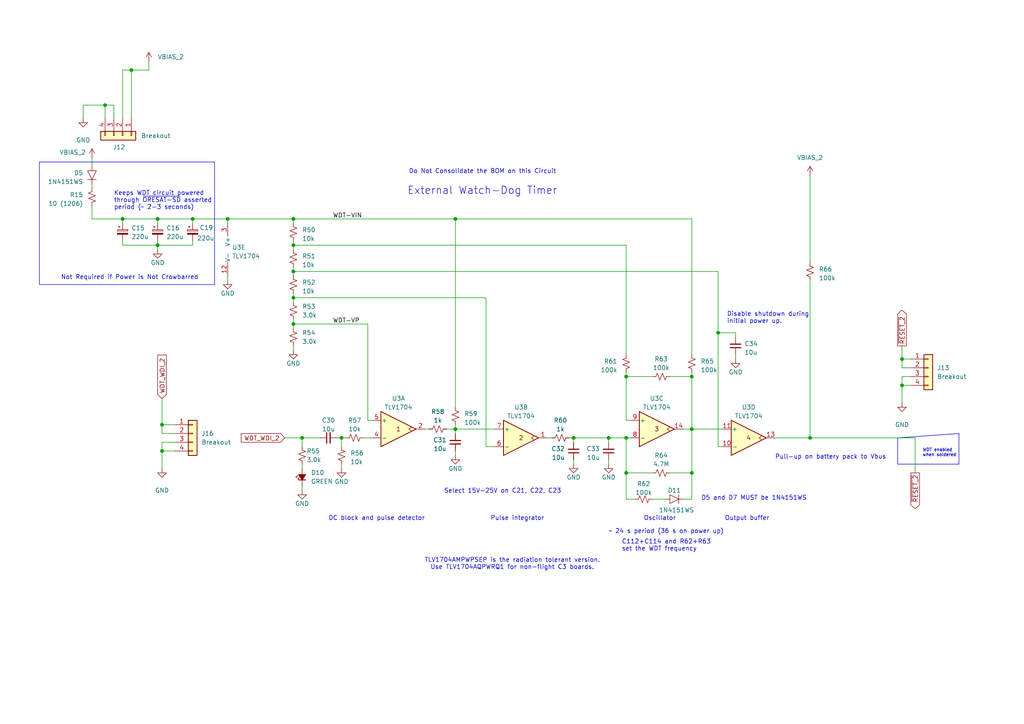
<source format=kicad_sch>
(kicad_sch (version 20250114) (generator "eeschema") (generator_version "9.0")
  (paper "A4")
  (lib_symbols
    (symbol "Connector_Generic:Conn_01x04" (pin_names (offset 1.016) (hide yes))
      (property "Reference" "J" (at 0 5.08 0))
      (property "Value" "Conn_01x04" (at 0 -7.62 0))
      (symbol "Conn_01x04_1_1"
        (rectangle (start -1.27 3.81) (end 1.27 -6.35) (stroke (width 0.254)) (fill (type background)))
        (rectangle (start -1.27 2.667) (end 0 2.413) (stroke (width 0.1524)))
        (rectangle (start -1.27 0.127) (end 0 -0.127) (stroke (width 0.1524)))
        (rectangle (start -1.27 -2.413) (end 0 -2.667) (stroke (width 0.1524)))
        (rectangle (start -1.27 -4.953) (end 0 -5.207) (stroke (width 0.1524)))
        (pin passive line (at -5.08 2.54 0) (length 3.81) (name "Pin_1") (number "1"))
        (pin passive line (at -5.08 0 0) (length 3.81) (name "Pin_2") (number "2"))
        (pin passive line (at -5.08 -2.54 0) (length 3.81) (name "Pin_3") (number "3"))
        (pin passive line (at -5.08 -5.08 0) (length 3.81) (name "Pin_4") (number "4"))
      )
    )
    (symbol "Device:C_Polarized_Small" (pin_numbers (hide yes)) (pin_names (offset 0.254) (hide yes))
      (property "Reference" "C" (at 0.254 1.778 0))
      (property "Value" "C_Polarized_Small" (at 0.254 -2.032 0))
      (symbol "C_Polarized_Small_0_1"
        (rectangle (start -1.524 0.6858) (end 1.524 0.3048))
        (rectangle (start -1.524 -0.3048) (end 1.524 -0.6858) (fill (type outline)))
        (polyline (pts (xy -1.27 1.524) (xy -0.762 1.524)))
        (polyline (pts (xy -1.016 1.27) (xy -1.016 1.778)))
      )
      (symbol "C_Polarized_Small_1_1"
        (pin passive line (at 0 2.54 270) (length 1.8542) (name "~") (number "1"))
        (pin passive line (at 0 -2.54 90) (length 1.8542) (name "~") (number "2"))
      )
    )
    (symbol "Device:C_Small" (pin_numbers (hide yes)) (pin_names (offset 0.254) (hide yes))
      (property "Reference" "C" (at 0.254 1.778 0))
      (property "Value" "C_Small" (at 0.254 -2.032 0))
      (symbol "C_Small_0_1"
        (polyline (pts (xy -1.524 0.508) (xy 1.524 0.508)) (stroke (width 0.3048)))
        (polyline (pts (xy -1.524 -0.508) (xy 1.524 -0.508)) (stroke (width 0.3302)))
      )
      (symbol "C_Small_1_1"
        (pin passive line (at 0 2.54 270) (length 2.032) (name "~") (number "1"))
        (pin passive line (at 0 -2.54 90) (length 2.032) (name "~") (number "2"))
      )
    )
    (symbol "Device:LED_Small_Filled" (pin_numbers (hide yes)) (pin_names (offset 0.254) (hide yes))
      (property "Reference" "D" (at -1.27 3.175 0))
      (property "Value" "LED_Small_Filled" (at -4.445 -2.54 0))
      (symbol "LED_Small_Filled_0_1"
        (polyline (pts (xy -0.762 -1.016) (xy -0.762 1.016)) (stroke (width 0.254)))
        (polyline (pts (xy 0 0.762) (xy -0.508 1.27) (xy -0.254 1.27) (xy -0.508 1.27) (xy -0.508 1.016)))
        (polyline (pts (xy 0.508 1.27) (xy 0 1.778) (xy 0.254 1.778) (xy 0 1.778) (xy 0 1.524)))
        (polyline (pts (xy 0.762 -1.016) (xy -0.762 0) (xy 0.762 1.016) (xy 0.762 -1.016)) (stroke (width 0.254)) (fill (type outline)))
        (polyline (pts (xy 1.016 0) (xy -0.762 0)))
      )
      (symbol "LED_Small_Filled_1_1"
        (pin passive line (at -2.54 0 0) (length 1.778) (name "K") (number "1"))
        (pin passive line (at 2.54 0 180) (length 1.778) (name "A") (number "2"))
      )
    )
    (symbol "Device:R_Small_US" (pin_numbers (hide yes)) (pin_names (offset 0.254) (hide yes))
      (property "Reference" "R" (at 0.762 0.508 0))
      (property "Value" "R_Small_US" (at 0.762 -1.016 0))
      (symbol "R_Small_US_1_1"
        (polyline (pts (xy 0 1.524) (xy 1.016 1.143) (xy 0 0.762) (xy -1.016 0.381) (xy 0 0)))
        (polyline (pts (xy 0 0) (xy 1.016 -0.381) (xy 0 -0.762) (xy -1.016 -1.143) (xy 0 -1.524)))
        (pin passive line (at 0 2.54 270) (length 1.016) (name "~") (number "1"))
        (pin passive line (at 0 -2.54 90) (length 1.016) (name "~") (number "2"))
      )
    )
    (symbol "GND_1" (power) (pin_numbers (hide yes)) (pin_names (offset 0) (hide yes))
      (property "Value" "GND" (at 0 -3.81 0))
      (symbol "GND_1_0_1"
        (polyline (pts (xy 0 0) (xy 0 -1.27) (xy 1.27 -1.27) (xy 0 -2.54) (xy -1.27 -1.27) (xy 0 -1.27)))
      )
      (symbol "GND_1_1_1"
        (pin power_in line (at 0 0 270) (length 0) (name "~") (number "1"))
      )
    )
    (symbol "TLV1704AIPWR_1" (pin_names (offset 0.127))
      (property "Reference" "U" (at 0 5.08 0))
      (property "Value" "TLV1704AIPWR" (at 0 -5.08 0))
      (symbol "TLV1704AIPWR_1_1_1"
        (polyline (pts (xy -5.08 5.08) (xy 5.08 0) (xy -5.08 -5.08) (xy -5.08 5.08)) (stroke (width 0.254)) (fill (type background)))
        (polyline (pts (xy 3.048 0) (xy 3.81 -0.635)))
        (polyline (pts (xy 3.81 0.635) (xy 3.048 0)))
        (text "1" (at 0 0 0) (effects (font (size 1.27 1.27))))
        (pin input line (at -7.62 2.54 0) (length 2.54) (name "+") (number "5"))
        (pin input line (at -7.62 -2.54 0) (length 2.54) (name "-") (number "4"))
        (pin open_collector line (at 7.62 0 180) (length 2.54) (name "~") (number "2"))
      )
      (symbol "TLV1704AIPWR_1_2_1"
        (polyline (pts (xy -5.08 5.08) (xy 5.08 0) (xy -5.08 -5.08) (xy -5.08 5.08)) (stroke (width 0.254)) (fill (type background)))
        (polyline (pts (xy 3.048 0) (xy 3.81 -0.635)))
        (polyline (pts (xy 3.81 0.635) (xy 3.048 0)))
        (text "2" (at 0 0 0) (effects (font (size 1.27 1.27))))
        (pin input line (at -7.62 2.54 0) (length 2.54) (name "+") (number "7"))
        (pin input line (at -7.62 -2.54 0) (length 2.54) (name "-") (number "6"))
        (pin open_collector line (at 7.62 0 180) (length 2.54) (name "~") (number "1"))
      )
      (symbol "TLV1704AIPWR_1_3_1"
        (polyline (pts (xy -5.08 5.08) (xy 5.08 0) (xy -5.08 -5.08) (xy -5.08 5.08)) (stroke (width 0.254)) (fill (type background)))
        (polyline (pts (xy 3.048 0) (xy 3.81 -0.635)))
        (polyline (pts (xy 3.81 0.635) (xy 3.048 0)))
        (text "3" (at 0 0 0) (effects (font (size 1.27 1.27))))
        (pin input line (at -7.62 2.54 0) (length 2.54) (name "+") (number "9"))
        (pin input line (at -7.62 -2.54 0) (length 2.54) (name "-") (number "8"))
        (pin open_collector line (at 7.62 0 180) (length 2.54) (name "~") (number "14"))
      )
      (symbol "TLV1704AIPWR_1_4_1"
        (polyline (pts (xy -5.08 5.08) (xy 5.08 0) (xy -5.08 -5.08) (xy -5.08 5.08)) (stroke (width 0.254)) (fill (type background)))
        (polyline (pts (xy 3.048 0) (xy 3.81 -0.635)))
        (polyline (pts (xy 3.81 0.635) (xy 3.048 0)))
        (text "4" (at 0 0 0) (effects (font (size 1.27 1.27))))
        (pin input line (at -7.62 2.54 0) (length 2.54) (name "+") (number "11"))
        (pin input line (at -7.62 -2.54 0) (length 2.54) (name "-") (number "10"))
        (pin open_collector line (at 7.62 0 180) (length 2.54) (name "~") (number "13"))
      )
      (symbol "TLV1704AIPWR_1_5_1"
        (pin power_in line (at -2.54 7.62 270) (length 3.81) (name "V+") (number "3"))
        (pin power_in line (at -2.54 -7.62 90) (length 3.81) (name "V-") (number "12"))
      )
    )
    (symbol "TLV1704AIPWR_2" (pin_names (offset 0.127))
      (property "Reference" "U" (at 0 5.08 0))
      (property "Value" "TLV1704AIPWR" (at 0 -5.08 0))
      (symbol "TLV1704AIPWR_2_1_1"
        (polyline (pts (xy -5.08 5.08) (xy 5.08 0) (xy -5.08 -5.08) (xy -5.08 5.08)) (stroke (width 0.254)) (fill (type background)))
        (polyline (pts (xy 3.048 0) (xy 3.81 -0.635)))
        (polyline (pts (xy 3.81 0.635) (xy 3.048 0)))
        (text "1" (at 0 0 0) (effects (font (size 1.27 1.27))))
        (pin input line (at -7.62 2.54 0) (length 2.54) (name "+") (number "5"))
        (pin input line (at -7.62 -2.54 0) (length 2.54) (name "-") (number "4"))
        (pin open_collector line (at 7.62 0 180) (length 2.54) (name "~") (number "2"))
      )
      (symbol "TLV1704AIPWR_2_2_1"
        (polyline (pts (xy -5.08 5.08) (xy 5.08 0) (xy -5.08 -5.08) (xy -5.08 5.08)) (stroke (width 0.254)) (fill (type background)))
        (polyline (pts (xy 3.048 0) (xy 3.81 -0.635)))
        (polyline (pts (xy 3.81 0.635) (xy 3.048 0)))
        (text "2" (at 0 0 0) (effects (font (size 1.27 1.27))))
        (pin input line (at -7.62 2.54 0) (length 2.54) (name "+") (number "7"))
        (pin input line (at -7.62 -2.54 0) (length 2.54) (name "-") (number "6"))
        (pin open_collector line (at 7.62 0 180) (length 2.54) (name "~") (number "1"))
      )
      (symbol "TLV1704AIPWR_2_3_1"
        (polyline (pts (xy -5.08 5.08) (xy 5.08 0) (xy -5.08 -5.08) (xy -5.08 5.08)) (stroke (width 0.254)) (fill (type background)))
        (polyline (pts (xy 3.048 0) (xy 3.81 -0.635)))
        (polyline (pts (xy 3.81 0.635) (xy 3.048 0)))
        (text "3" (at 0 0 0) (effects (font (size 1.27 1.27))))
        (pin input line (at -7.62 2.54 0) (length 2.54) (name "+") (number "9"))
        (pin input line (at -7.62 -2.54 0) (length 2.54) (name "-") (number "8"))
        (pin open_collector line (at 7.62 0 180) (length 2.54) (name "~") (number "14"))
      )
      (symbol "TLV1704AIPWR_2_4_1"
        (polyline (pts (xy -5.08 5.08) (xy 5.08 0) (xy -5.08 -5.08) (xy -5.08 5.08)) (stroke (width 0.254)) (fill (type background)))
        (polyline (pts (xy 3.048 0) (xy 3.81 -0.635)))
        (polyline (pts (xy 3.81 0.635) (xy 3.048 0)))
        (text "4" (at 0 0 0) (effects (font (size 1.27 1.27))))
        (pin input line (at -7.62 2.54 0) (length 2.54) (name "+") (number "11"))
        (pin input line (at -7.62 -2.54 0) (length 2.54) (name "-") (number "10"))
        (pin open_collector line (at 7.62 0 180) (length 2.54) (name "~") (number "13"))
      )
      (symbol "TLV1704AIPWR_2_5_1"
        (pin power_in line (at -2.54 7.62 270) (length 3.81) (name "V+") (number "3"))
        (pin power_in line (at -2.54 -7.62 90) (length 3.81) (name "V-") (number "12"))
      )
    )
    (symbol "TLV1704AIPWR_3" (pin_names (offset 0.127))
      (property "Reference" "U" (at 0 5.08 0))
      (property "Value" "TLV1704AIPWR" (at 0 -5.08 0))
      (symbol "TLV1704AIPWR_3_1_1"
        (polyline (pts (xy -5.08 5.08) (xy 5.08 0) (xy -5.08 -5.08) (xy -5.08 5.08)) (stroke (width 0.254)) (fill (type background)))
        (polyline (pts (xy 3.048 0) (xy 3.81 -0.635)))
        (polyline (pts (xy 3.81 0.635) (xy 3.048 0)))
        (text "1" (at 0 0 0) (effects (font (size 1.27 1.27))))
        (pin input line (at -7.62 2.54 0) (length 2.54) (name "+") (number "5"))
        (pin input line (at -7.62 -2.54 0) (length 2.54) (name "-") (number "4"))
        (pin open_collector line (at 7.62 0 180) (length 2.54) (name "~") (number "2"))
      )
      (symbol "TLV1704AIPWR_3_2_1"
        (polyline (pts (xy -5.08 5.08) (xy 5.08 0) (xy -5.08 -5.08) (xy -5.08 5.08)) (stroke (width 0.254)) (fill (type background)))
        (polyline (pts (xy 3.048 0) (xy 3.81 -0.635)))
        (polyline (pts (xy 3.81 0.635) (xy 3.048 0)))
        (text "2" (at 0 0 0) (effects (font (size 1.27 1.27))))
        (pin input line (at -7.62 2.54 0) (length 2.54) (name "+") (number "7"))
        (pin input line (at -7.62 -2.54 0) (length 2.54) (name "-") (number "6"))
        (pin open_collector line (at 7.62 0 180) (length 2.54) (name "~") (number "1"))
      )
      (symbol "TLV1704AIPWR_3_3_1"
        (polyline (pts (xy -5.08 5.08) (xy 5.08 0) (xy -5.08 -5.08) (xy -5.08 5.08)) (stroke (width 0.254)) (fill (type background)))
        (polyline (pts (xy 3.048 0) (xy 3.81 -0.635)))
        (polyline (pts (xy 3.81 0.635) (xy 3.048 0)))
        (text "3" (at 0 0 0) (effects (font (size 1.27 1.27))))
        (pin input line (at -7.62 2.54 0) (length 2.54) (name "+") (number "9"))
        (pin input line (at -7.62 -2.54 0) (length 2.54) (name "-") (number "8"))
        (pin open_collector line (at 7.62 0 180) (length 2.54) (name "~") (number "14"))
      )
      (symbol "TLV1704AIPWR_3_4_1"
        (polyline (pts (xy -5.08 5.08) (xy 5.08 0) (xy -5.08 -5.08) (xy -5.08 5.08)) (stroke (width 0.254)) (fill (type background)))
        (polyline (pts (xy 3.048 0) (xy 3.81 -0.635)))
        (polyline (pts (xy 3.81 0.635) (xy 3.048 0)))
        (text "4" (at 0 0 0) (effects (font (size 1.27 1.27))))
        (pin input line (at -7.62 2.54 0) (length 2.54) (name "+") (number "11"))
        (pin input line (at -7.62 -2.54 0) (length 2.54) (name "-") (number "10"))
        (pin open_collector line (at 7.62 0 180) (length 2.54) (name "~") (number "13"))
      )
      (symbol "TLV1704AIPWR_3_5_1"
        (pin power_in line (at -2.54 7.62 270) (length 3.81) (name "V+") (number "3"))
        (pin power_in line (at -2.54 -7.62 90) (length 3.81) (name "V-") (number "12"))
      )
    )
    (symbol "TLV1704AIPWR_4" (pin_names (offset 0.127))
      (property "Reference" "U" (at 0 5.08 0))
      (property "Value" "TLV1704AIPWR" (at 0 -5.08 0))
      (symbol "TLV1704AIPWR_4_1_1"
        (polyline (pts (xy -5.08 5.08) (xy 5.08 0) (xy -5.08 -5.08) (xy -5.08 5.08)) (stroke (width 0.254)) (fill (type background)))
        (polyline (pts (xy 3.048 0) (xy 3.81 -0.635)))
        (polyline (pts (xy 3.81 0.635) (xy 3.048 0)))
        (text "1" (at 0 0 0) (effects (font (size 1.27 1.27))))
        (pin input line (at -7.62 2.54 0) (length 2.54) (name "+") (number "5"))
        (pin input line (at -7.62 -2.54 0) (length 2.54) (name "-") (number "4"))
        (pin open_collector line (at 7.62 0 180) (length 2.54) (name "~") (number "2"))
      )
      (symbol "TLV1704AIPWR_4_2_1"
        (polyline (pts (xy -5.08 5.08) (xy 5.08 0) (xy -5.08 -5.08) (xy -5.08 5.08)) (stroke (width 0.254)) (fill (type background)))
        (polyline (pts (xy 3.048 0) (xy 3.81 -0.635)))
        (polyline (pts (xy 3.81 0.635) (xy 3.048 0)))
        (text "2" (at 0 0 0) (effects (font (size 1.27 1.27))))
        (pin input line (at -7.62 2.54 0) (length 2.54) (name "+") (number "7"))
        (pin input line (at -7.62 -2.54 0) (length 2.54) (name "-") (number "6"))
        (pin open_collector line (at 7.62 0 180) (length 2.54) (name "~") (number "1"))
      )
      (symbol "TLV1704AIPWR_4_3_1"
        (polyline (pts (xy -5.08 5.08) (xy 5.08 0) (xy -5.08 -5.08) (xy -5.08 5.08)) (stroke (width 0.254)) (fill (type background)))
        (polyline (pts (xy 3.048 0) (xy 3.81 -0.635)))
        (polyline (pts (xy 3.81 0.635) (xy 3.048 0)))
        (text "3" (at 0 0 0) (effects (font (size 1.27 1.27))))
        (pin input line (at -7.62 2.54 0) (length 2.54) (name "+") (number "9"))
        (pin input line (at -7.62 -2.54 0) (length 2.54) (name "-") (number "8"))
        (pin open_collector line (at 7.62 0 180) (length 2.54) (name "~") (number "14"))
      )
      (symbol "TLV1704AIPWR_4_4_1"
        (polyline (pts (xy -5.08 5.08) (xy 5.08 0) (xy -5.08 -5.08) (xy -5.08 5.08)) (stroke (width 0.254)) (fill (type background)))
        (polyline (pts (xy 3.048 0) (xy 3.81 -0.635)))
        (polyline (pts (xy 3.81 0.635) (xy 3.048 0)))
        (text "4" (at 0 0 0) (effects (font (size 1.27 1.27))))
        (pin input line (at -7.62 2.54 0) (length 2.54) (name "+") (number "11"))
        (pin input line (at -7.62 -2.54 0) (length 2.54) (name "-") (number "10"))
        (pin open_collector line (at 7.62 0 180) (length 2.54) (name "~") (number "13"))
      )
      (symbol "TLV1704AIPWR_4_5_1"
        (pin power_in line (at -2.54 7.62 270) (length 3.81) (name "V+") (number "3"))
        (pin power_in line (at -2.54 -7.62 90) (length 3.81) (name "V-") (number "12"))
      )
    )
    (symbol "oresat-diodes:1N4151WS-HE3" (pin_numbers (hide yes)) (pin_names (offset 0) (hide yes))
      (property "Reference" "D" (at 0 2.54 0))
      (property "Value" "1N4151WS" (at 0 -2.54 0))
      (symbol "1N4151WS-HE3_0_1"
        (polyline (pts (xy 1.27 0) (xy 1.27 1.27) (xy 1.27 -1.27) (xy 1.27 0) (xy -1.27 1.27) (xy -1.27 -1.27) (xy 1.27 0)))
      )
      (symbol "1N4151WS-HE3_1_1"
        (pin passive line (at -2.54 0 0) (length 1.27) (name "2") (number "2"))
        (pin passive line (at 2.54 0 180) (length 1.27) (name "1") (number "1"))
      )
    )
    (symbol "oresat-ics:TLV1704AIPWR" (pin_names (offset 0.127))
      (property "Reference" "U" (at 0 5.08 0))
      (property "Value" "TLV1704AIPWR" (at 0 -5.08 0))
      (symbol "TLV1704AIPWR_1_1"
        (polyline (pts (xy -5.08 5.08) (xy 5.08 0) (xy -5.08 -5.08) (xy -5.08 5.08)) (stroke (width 0.254)) (fill (type background)))
        (polyline (pts (xy 3.048 0) (xy 3.81 -0.635)))
        (polyline (pts (xy 3.81 0.635) (xy 3.048 0)))
        (text "1" (at 0 0 0) (effects (font (size 1.27 1.27))))
        (pin input line (at -7.62 2.54 0) (length 2.54) (name "+") (number "5"))
        (pin input line (at -7.62 -2.54 0) (length 2.54) (name "-") (number "4"))
        (pin open_collector line (at 7.62 0 180) (length 2.54) (name "~") (number "2"))
      )
      (symbol "TLV1704AIPWR_2_1"
        (polyline (pts (xy -5.08 5.08) (xy 5.08 0) (xy -5.08 -5.08) (xy -5.08 5.08)) (stroke (width 0.254)) (fill (type background)))
        (polyline (pts (xy 3.048 0) (xy 3.81 -0.635)))
        (polyline (pts (xy 3.81 0.635) (xy 3.048 0)))
        (text "2" (at 0 0 0) (effects (font (size 1.27 1.27))))
        (pin input line (at -7.62 2.54 0) (length 2.54) (name "+") (number "7"))
        (pin input line (at -7.62 -2.54 0) (length 2.54) (name "-") (number "6"))
        (pin open_collector line (at 7.62 0 180) (length 2.54) (name "~") (number "1"))
      )
      (symbol "TLV1704AIPWR_3_1"
        (polyline (pts (xy -5.08 5.08) (xy 5.08 0) (xy -5.08 -5.08) (xy -5.08 5.08)) (stroke (width 0.254)) (fill (type background)))
        (polyline (pts (xy 3.048 0) (xy 3.81 -0.635)))
        (polyline (pts (xy 3.81 0.635) (xy 3.048 0)))
        (text "3" (at 0 0 0) (effects (font (size 1.27 1.27))))
        (pin input line (at -7.62 2.54 0) (length 2.54) (name "+") (number "9"))
        (pin input line (at -7.62 -2.54 0) (length 2.54) (name "-") (number "8"))
        (pin open_collector line (at 7.62 0 180) (length 2.54) (name "~") (number "14"))
      )
      (symbol "TLV1704AIPWR_4_1"
        (polyline (pts (xy -5.08 5.08) (xy 5.08 0) (xy -5.08 -5.08) (xy -5.08 5.08)) (stroke (width 0.254)) (fill (type background)))
        (polyline (pts (xy 3.048 0) (xy 3.81 -0.635)))
        (polyline (pts (xy 3.81 0.635) (xy 3.048 0)))
        (text "4" (at 0 0 0) (effects (font (size 1.27 1.27))))
        (pin input line (at -7.62 2.54 0) (length 2.54) (name "+") (number "11"))
        (pin input line (at -7.62 -2.54 0) (length 2.54) (name "-") (number "10"))
        (pin open_collector line (at 7.62 0 180) (length 2.54) (name "~") (number "13"))
      )
      (symbol "TLV1704AIPWR_5_1"
        (pin power_in line (at -2.54 7.62 270) (length 3.81) (name "V+") (number "3"))
        (pin power_in line (at -2.54 -7.62 90) (length 3.81) (name "V-") (number "12"))
      )
    )
    (symbol "power:GND" (power) (pin_names (offset 0))
      (property "Value" "GND" (at 0 -3.81 0))
      (symbol "GND_0_1"
        (polyline (pts (xy 0 0) (xy 0 -1.27) (xy 1.27 -1.27) (xy 0 -2.54) (xy -1.27 -1.27) (xy 0 -1.27)))
      )
      (symbol "GND_1_1"
        (pin power_in line (at 0 0 270) (length 0) (hide yes) (name "GND") (number "1"))
      )
    )
    (symbol "power:VBUS" (power) (pin_numbers (hide yes)) (pin_names (offset 0) (hide yes))
      (property "Value" "VBUS" (at 0 3.556 0))
      (symbol "VBUS_0_1"
        (polyline (pts (xy -0.762 1.27) (xy 0 2.54)))
        (polyline (pts (xy 0 2.54) (xy 0.762 1.27)))
        (polyline (pts (xy 0 0) (xy 0 2.54)))
      )
      (symbol "VBUS_1_1"
        (pin power_in line (at 0 0 90) (length 0) (name "~") (number "1"))
      )
    )
  )
  (rectangle (start 11.43 46.99) (end 62.23 82.55))
  (text "Not Required if Power is Not Crowbarred " (at 38.1 80.518 0) (effects (font (size 1.27 1.27))))
  (text "Pull-up on battery pack to Vbus" (at 224.79 133.35 0) (effects (font (size 1.27 1.27)) (justify left bottom)))
  (text "TLV1704AMPWPSEP is the radiation tolerant version.\nUse TLV1704AQPWRQ1 for non-flight C3 boards." (at 148.59 163.576 0) (effects (font (size 1.27 1.27))))
  (text "~ 24 s period (36 s on power up)" (at 176.53 154.94 0) (effects (font (size 1.27 1.27)) (justify left bottom)))
  (text "Do Not Consolidate the BOM on this Circuit" (at 139.954 49.784 0) (effects (font (size 1.27 1.27))))
  (text "Select 15V-25V on C21, C22, C23" (at 145.796 142.494 0) (effects (font (size 1.27 1.27))))
  (text "Disable shutdown during\ninitial power up." (at 210.82 93.98 0) (effects (font (size 1.27 1.27)) (justify left bottom)))
  (text "Pulse integrator" (at 142.24 151.13 0) (effects (font (size 1.27 1.27)) (justify left bottom)))
  (text "External Watch-Dog Timer" (at 118.11 56.642 0) (effects (font (size 2.159 2.159)) (justify left bottom)))
  (text "Keeps WDT circuit powered\nthrough ~{ORESAT-SD} asserted\nperiod (~ 2-3 seconds)" (at 33.02 60.96 0) (effects (font (size 1.27 1.27)) (justify left bottom)))
  (text "WDT enabled\nwhen soldered" (at 267.589 132.588 0) (effects (font (size 0.889 0.889)) (justify left bottom)))
  (text "DC block and pulse detector" (at 95.25 151.13 0) (effects (font (size 1.27 1.27)) (justify left bottom)))
  (text "D5 and D7 MUST be 1N4151WS" (at 218.694 144.526 0) (effects (font (size 1.27 1.27))))
  (text "Oscillator" (at 186.69 151.13 0) (effects (font (size 1.27 1.27)) (justify left bottom)))
  (text "Output buffer" (at 210.185 151.13 0) (effects (font (size 1.27 1.27)) (justify left bottom)))
  (text "C112+C114 and R62+R63 \nset the WDT frequency" (at 180.34 160.02 0) (effects (font (size 1.27 1.27)) (justify left bottom)))
  (junction (at 181.61 109.22))
  (junction (at 85.09 93.98))
  (junction (at 200.66 109.22))
  (junction (at 45.72 71.12))
  (junction (at 261.62 104.14))
  (junction (at 234.95 127))
  (junction (at 85.09 71.12))
  (junction (at 200.66 124.46))
  (junction (at 66.04 63.5))
  (junction (at 85.09 78.74))
  (junction (at 38.1 20.32))
  (junction (at 55.88 63.5))
  (junction (at 166.37 127))
  (junction (at 85.09 63.5))
  (junction (at 208.28 96.52))
  (junction (at 132.08 63.5))
  (junction (at 261.62 111.76))
  (junction (at 46.99 123.19))
  (junction (at 87.63 127))
  (junction (at 181.61 137.16))
  (junction (at 35.56 63.5))
  (junction (at 181.61 127))
  (junction (at 45.72 63.5))
  (junction (at 46.99 130.81))
  (junction (at 99.06 127))
  (junction (at 176.53 127))
  (junction (at 85.09 86.36))
  (junction (at 200.66 137.16))
  (junction (at 30.48 30.48))
  (junction (at 132.08 124.46))
  (wire (pts (xy 189.23 144.78) (xy 193.04 144.78)))
  (wire (pts (xy 46.99 115.57) (xy 46.99 123.19)))
  (polyline (pts (xy 278.13 125.73) (xy 278.13 134.62)))
  (wire (pts (xy 234.95 127) (xy 265.43 127)))
  (wire (pts (xy 123.19 124.46) (xy 124.46 124.46)))
  (wire (pts (xy 261.62 109.22) (xy 264.16 109.22)))
  (wire (pts (xy 26.67 59.69) (xy 26.67 63.5)))
  (wire (pts (xy 45.72 69.85) (xy 45.72 71.12)))
  (wire (pts (xy 181.61 107.95) (xy 181.61 109.22)))
  (wire (pts (xy 132.08 63.5) (xy 85.09 63.5)))
  (wire (pts (xy 82.55 127) (xy 87.63 127)))
  (wire (pts (xy 208.28 129.54) (xy 209.55 129.54)))
  (wire (pts (xy 158.75 127) (xy 160.02 127)))
  (wire (pts (xy 45.72 63.5) (xy 55.88 63.5)))
  (wire (pts (xy 45.72 71.12) (xy 45.72 72.39)))
  (wire (pts (xy 46.99 125.73) (xy 50.8 125.73)))
  (wire (pts (xy 200.66 144.78) (xy 200.66 137.16)))
  (wire (pts (xy 200.66 107.95) (xy 200.66 109.22)))
  (wire (pts (xy 132.08 132.08) (xy 132.08 130.81)))
  (wire (pts (xy 35.56 34.29) (xy 35.56 20.32)))
  (wire (pts (xy 33.02 30.48) (xy 33.02 34.29)))
  (wire (pts (xy 261.62 111.76) (xy 261.62 109.22)))
  (wire (pts (xy 35.56 69.85) (xy 35.56 71.12)))
  (wire (pts (xy 106.68 93.98) (xy 106.68 121.92)))
  (wire (pts (xy 45.72 71.12) (xy 35.56 71.12)))
  (wire (pts (xy 85.09 78.74) (xy 85.09 80.01)))
  (wire (pts (xy 85.09 93.98) (xy 106.68 93.98)))
  (wire (pts (xy 46.99 123.19) (xy 50.8 123.19)))
  (wire (pts (xy 30.48 34.29) (xy 30.48 30.48)))
  (wire (pts (xy 55.88 69.85) (xy 55.88 71.12)))
  (wire (pts (xy 99.06 134.62) (xy 99.06 135.89)))
  (wire (pts (xy 132.08 124.46) (xy 143.51 124.46)))
  (wire (pts (xy 140.97 129.54) (xy 143.51 129.54)))
  (wire (pts (xy 213.36 97.79) (xy 213.36 96.52)))
  (wire (pts (xy 261.62 111.76) (xy 264.16 111.76)))
  (wire (pts (xy 166.37 127) (xy 166.37 128.27)))
  (wire (pts (xy 261.62 116.84) (xy 261.62 111.76)))
  (wire (pts (xy 208.28 96.52) (xy 208.28 129.54)))
  (wire (pts (xy 200.66 102.87) (xy 200.66 63.5)))
  (wire (pts (xy 176.53 134.62) (xy 176.53 133.35)))
  (wire (pts (xy 213.36 104.14) (xy 213.36 102.87)))
  (wire (pts (xy 87.63 142.24) (xy 87.63 140.97)))
  (wire (pts (xy 181.61 137.16) (xy 181.61 127)))
  (polyline (pts (xy 278.13 134.62) (xy 260.35 134.62)))
  (wire (pts (xy 26.67 53.34) (xy 26.67 54.61)))
  (wire (pts (xy 66.04 64.77) (xy 66.04 63.5)))
  (wire (pts (xy 208.28 96.52) (xy 213.36 96.52)))
  (wire (pts (xy 99.06 127) (xy 100.33 127)))
  (wire (pts (xy 224.79 127) (xy 234.95 127)))
  (wire (pts (xy 85.09 100.33) (xy 85.09 101.6)))
  (wire (pts (xy 132.08 63.5) (xy 132.08 118.11)))
  (wire (pts (xy 66.04 63.5) (xy 85.09 63.5)))
  (wire (pts (xy 200.66 124.46) (xy 209.55 124.46)))
  (wire (pts (xy 208.28 78.74) (xy 208.28 96.52)))
  (wire (pts (xy 176.53 128.27) (xy 176.53 127)))
  (wire (pts (xy 181.61 71.12) (xy 85.09 71.12)))
  (wire (pts (xy 85.09 92.71) (xy 85.09 93.98)))
  (wire (pts (xy 55.88 64.77) (xy 55.88 63.5)))
  (wire (pts (xy 106.68 121.92) (xy 107.95 121.92)))
  (wire (pts (xy 85.09 64.77) (xy 85.09 63.5)))
  (wire (pts (xy 182.88 121.92) (xy 181.61 121.92)))
  (wire (pts (xy 85.09 71.12) (xy 85.09 72.39)))
  (wire (pts (xy 35.56 20.32) (xy 38.1 20.32)))
  (wire (pts (xy 38.1 20.32) (xy 43.18 20.32)))
  (wire (pts (xy 45.72 63.5) (xy 45.72 64.77)))
  (wire (pts (xy 45.72 71.12) (xy 55.88 71.12)))
  (wire (pts (xy 261.62 104.14) (xy 264.16 104.14)))
  (wire (pts (xy 194.31 137.16) (xy 200.66 137.16)))
  (wire (pts (xy 132.08 124.46) (xy 132.08 123.19)))
  (wire (pts (xy 132.08 63.5) (xy 200.66 63.5)))
  (wire (pts (xy 234.95 81.28) (xy 234.95 127)))
  (wire (pts (xy 181.61 144.78) (xy 184.15 144.78)))
  (wire (pts (xy 35.56 63.5) (xy 45.72 63.5)))
  (wire (pts (xy 198.12 144.78) (xy 200.66 144.78)))
  (wire (pts (xy 55.88 63.5) (xy 66.04 63.5)))
  (wire (pts (xy 99.06 127) (xy 99.06 129.54)))
  (wire (pts (xy 181.61 121.92) (xy 181.61 109.22)))
  (wire (pts (xy 85.09 85.09) (xy 85.09 86.36)))
  (wire (pts (xy 166.37 127) (xy 176.53 127)))
  (wire (pts (xy 85.09 77.47) (xy 85.09 78.74)))
  (wire (pts (xy 200.66 137.16) (xy 200.66 124.46)))
  (wire (pts (xy 165.1 127) (xy 166.37 127)))
  (wire (pts (xy 87.63 134.62) (xy 87.63 135.89)))
  (wire (pts (xy 87.63 129.54) (xy 87.63 127)))
  (wire (pts (xy 105.41 127) (xy 107.95 127)))
  (wire (pts (xy 132.08 124.46) (xy 132.08 125.73)))
  (wire (pts (xy 265.43 127) (xy 265.43 137.16)))
  (wire (pts (xy 140.97 86.36) (xy 140.97 129.54)))
  (wire (pts (xy 26.67 45.72) (xy 26.67 48.26)))
  (wire (pts (xy 261.62 100.33) (xy 261.62 104.14)))
  (wire (pts (xy 38.1 20.32) (xy 38.1 34.29)))
  (polyline (pts (xy 260.35 134.62) (xy 260.35 127)))
  (wire (pts (xy 261.62 104.14) (xy 261.62 106.68)))
  (wire (pts (xy 30.48 30.48) (xy 33.02 30.48)))
  (wire (pts (xy 87.63 127) (xy 92.71 127)))
  (wire (pts (xy 85.09 86.36) (xy 85.09 87.63)))
  (wire (pts (xy 50.8 128.27) (xy 46.99 128.27)))
  (wire (pts (xy 24.13 30.48) (xy 24.13 34.29)))
  (polyline (pts (xy 260.35 127) (xy 278.13 125.73)))
  (wire (pts (xy 200.66 109.22) (xy 200.66 124.46)))
  (wire (pts (xy 85.09 86.36) (xy 140.97 86.36)))
  (wire (pts (xy 43.18 20.32) (xy 43.18 17.78)))
  (wire (pts (xy 181.61 109.22) (xy 189.23 109.22)))
  (wire (pts (xy 46.99 130.81) (xy 46.99 135.89)))
  (wire (pts (xy 166.37 134.62) (xy 166.37 133.35)))
  (wire (pts (xy 176.53 127) (xy 181.61 127)))
  (wire (pts (xy 35.56 63.5) (xy 35.56 64.77)))
  (wire (pts (xy 46.99 128.27) (xy 46.99 130.81)))
  (wire (pts (xy 189.23 137.16) (xy 181.61 137.16)))
  (wire (pts (xy 234.95 50.8) (xy 234.95 76.2)))
  (wire (pts (xy 30.48 30.48) (xy 24.13 30.48)))
  (wire (pts (xy 66.04 81.28) (xy 66.04 80.01)))
  (wire (pts (xy 198.12 124.46) (xy 200.66 124.46)))
  (wire (pts (xy 46.99 123.19) (xy 46.99 125.73)))
  (wire (pts (xy 85.09 93.98) (xy 85.09 95.25)))
  (wire (pts (xy 85.09 78.74) (xy 208.28 78.74)))
  (wire (pts (xy 181.61 102.87) (xy 181.61 71.12)))
  (wire (pts (xy 181.61 127) (xy 182.88 127)))
  (wire (pts (xy 26.67 63.5) (xy 35.56 63.5)))
  (wire (pts (xy 261.62 106.68) (xy 264.16 106.68)))
  (wire (pts (xy 194.31 109.22) (xy 200.66 109.22)))
  (wire (pts (xy 50.8 130.81) (xy 46.99 130.81)))
  (wire (pts (xy 85.09 69.85) (xy 85.09 71.12)))
  (wire (pts (xy 97.79 127) (xy 99.06 127)))
  (wire (pts (xy 129.54 124.46) (xy 132.08 124.46)))
  (wire (pts (xy 181.61 144.78) (xy 181.61 137.16)))
  (label "WDT-VP" (at 96.52 93.98 0))
  (label "WDT-VIN" (at 96.52 63.5 0))
  (global_label "WDT_WDI_2" (shape input) (at 82.55 127 180) (property "Intersheetrefs" "${INTERSHEET_REFS}" (effects (hide yes))))
  (global_label "~{RESET_2}" (shape output) (at 261.62 100.33 90) (property "Intersheetrefs" "${INTERSHEET_REFS}" (effects (hide yes))))
  (global_label "WDT_WDI_2" (shape input) (at 46.99 115.57 90) (property "Intersheetrefs" "${INTERSHEET_REFS}" (effects (hide yes))))
  (global_label "~{RESET_2}" (shape output) (at 265.43 137.16 270) (property "Intersheetrefs" "${INTERSHEET_REFS}" (effects (hide yes))))
  (symbol (lib_id "oresat-ics:TLV1704AIPWR") (at 68.58 72.39 0) (unit 5)
    (property "Reference" "U3" (at 67.31 71.755 0) (effects (justify left)))
    (property "Value" "TLV1704" (at 67.31 74.295 0) (effects (justify left)))
    (property "Footprint" "Package_SO:TSSOP-14_4.4x5mm_P0.65mm" (effects (hide yes)))
    (property "Datasheet" "https://www.ti.com/lit/ds/symlink/tlv1704-sep.pdf" (effects (hide yes)))
    (property "Description" "Analog Comparators 2.2-V to 36-V, radiation tolerant microPower quad comparator in space enhanced plastic 14-TSSOP -55 to 125" (effects (hide yes)))
    (property "MFR" "Texas Instruments" (effects (hide yes)))
    (property "MPN" "TLV1704AQPWRQ1" (effects (hide yes)))
    (property "DST" "Digi-Key" (effects (hide yes)))
    (property "DPN" "296-43799-2-ND" (effects (hide yes)))
  )
  (symbol (lib_id "Connector_Generic:Conn_01x04") (at 35.56 39.37 270) (unit 1)
    (property "Reference" "J12" (at 34.544 42.672 90))
    (property "Value" "Breakout" (at 45.212 39.37 90))
    (property "Footprint" "Connector_PinHeader_2.54mm:PinHeader_1x04_P2.54mm_Vertical" (effects (hide yes)))
  )
  (symbol (lib_id "Connector_Generic:Conn_01x04") (at 269.24 106.68 0) (unit 1)
    (property "Reference" "J13" (at 271.78 106.6799 0) (effects (justify left)))
    (property "Value" "Breakout" (at 271.78 109.2199 0) (effects (justify left)))
    (property "Footprint" "Connector_PinHeader_2.54mm:PinHeader_1x04_P2.54mm_Vertical" (effects (hide yes)))
  )
  (symbol (lib_id "Device:C_Polarized_Small") (at 35.56 67.31 0) (unit 1)
    (property "Reference" "C15" (at 38.1 66.1289 0) (effects (justify left)))
    (property "Value" "220u" (at 38.1 68.6689 0) (effects (justify left)))
    (property "Footprint" "Capacitor_Tantalum_SMD:CP_EIA-7361-38_AVX-V" (effects (hide yes)))
    (property "Description" "220µF Molded Tantalum Capacitors 25V 2924 (7361 Metric) 100mOhm @ 100kHz" (effects (hide yes)))
    (property "DPN" "478-12518-2-ND" (effects (hide yes)))
    (property "DST" "Digi-Key" (effects (hide yes)))
    (property "MFR" "Kyocera AVX" (effects (hide yes)))
    (property "MPN" "TCN4227M025R0100" (effects (hide yes)))
  )
  (symbol (lib_id "power:GND") (at 213.36 104.14 0) (mirror y) (unit 1)
    (property "Reference" "#PWR0100" (effects (hide yes)))
    (property "Value" "GND" (at 213.36 107.95 0))
    (property "Description" "Power symbol creates a global label with name \"GND\" , ground" (effects (hide yes)))
  )
  (symbol (lib_id "Device:R_Small_US") (at 87.63 132.08 0) (unit 1)
    (property "Reference" "R55" (at 88.9 130.81 0) (effects (justify left)))
    (property "Value" "3.0k" (at 88.9 133.35 0) (effects (justify left)))
    (property "Footprint" "Resistor_SMD:R_0603_1608Metric" (effects (hide yes)))
    (property "Description" "3 kOhms ±1% 0.1W, 1/10W Chip Resistor 0603 (1608 Metric) Automotive AEC-Q200 Thick Film" (effects (hide yes)))
    (property "DPN" "RMCF0603FT3K00CT-ND" (effects (hide yes)))
    (property "DST" "Digi-Key" (effects (hide yes)))
    (property "MFR" "Stackpole Electronics Inc" (effects (hide yes)))
    (property "MPN" "RMCF0603FT3K00" (effects (hide yes)))
  )
  (symbol (lib_id "Device:R_Small_US") (at 132.08 120.65 0) (unit 1)
    (property "Reference" "R59" (at 134.62 120.015 0) (effects (justify left)))
    (property "Value" "100k" (at 134.62 122.555 0) (effects (justify left)))
    (property "Footprint" "Resistor_SMD:R_0603_1608Metric" (effects (hide yes)))
    (property "Description" "100 kOhms ±5% 0.1W, 1/10W Chip Resistor 0603 (1608 Metric) Automotive AEC-Q200 Thick Film" (effects (hide yes)))
    (property "DPN" "RMCF0603FT100KCT-ND" (effects (hide yes)))
    (property "DST" "Digi-Key" (effects (hide yes)))
    (property "MFR" "Stackpole Electronics Inc" (effects (hide yes)))
    (property "MPN" "RMCF0603FT100K" (effects (hide yes)))
  )
  (symbol (lib_id "power:VBUS") (at 26.67 45.72 0) (unit 1)
    (property "Reference" "#PWR017" (effects (hide yes)))
    (property "Value" "VBIAS_2" (at 21.082 44.196 0))
    (property "Description" "Power symbol creates a global label with name \"VBUS\"" (effects (hide yes)))
  )
  (symbol (lib_id "power:GND") (at 176.53 134.62 0) (mirror y) (unit 1)
    (property "Reference" "#PWR099" (effects (hide yes)))
    (property "Value" "GND" (at 176.53 138.43 0))
    (property "Description" "Power symbol creates a global label with name \"GND\" , ground" (effects (hide yes)))
  )
  (symbol (lib_name "TLV1704AIPWR_3") (lib_id "oresat-ics:TLV1704AIPWR") (at 217.17 127 0) (unit 4)
    (property "Reference" "U3" (at 217.17 118.11 0))
    (property "Value" "TLV1704" (at 217.17 120.65 0))
    (property "Footprint" "Package_SO:TSSOP-14_4.4x5mm_P0.65mm" (effects (hide yes)))
    (property "Datasheet" "https://www.ti.com/lit/ds/symlink/tlv1704-sep.pdf" (effects (hide yes)))
    (property "Description" "Analog Comparators 2.2-V to 36-V, radiation tolerant microPower quad comparator in space enhanced plastic 14-TSSOP -55 to 125" (effects (hide yes)))
    (property "MFR" "Texas Instruments" (effects (hide yes)))
    (property "MPN" "TLV1704AQPWRQ1" (effects (hide yes)))
    (property "DST" "Digi-Key" (effects (hide yes)))
    (property "DPN" "296-43799-2-ND" (effects (hide yes)))
  )
  (symbol (lib_id "Device:R_Small_US") (at 85.09 90.17 0) (unit 1)
    (property "Reference" "R53" (at 87.63 88.9 0) (effects (justify left)))
    (property "Value" "3.0k" (at 87.63 91.44 0) (effects (justify left)))
    (property "Footprint" "Resistor_SMD:R_0603_1608Metric" (effects (hide yes)))
    (property "Description" "3 kOhms ±1% 0.1W, 1/10W Chip Resistor 0603 (1608 Metric) Automotive AEC-Q200 Thick Film" (effects (hide yes)))
    (property "DPN" "RMCF0603FT3K00CT-ND" (effects (hide yes)))
    (property "DST" "Digi-Key" (effects (hide yes)))
    (property "MFR" "Stackpole Electronics Inc" (effects (hide yes)))
    (property "MPN" "RMCF0603FT3K00" (effects (hide yes)))
  )
  (symbol (lib_id "Device:R_Small_US") (at 85.09 74.93 0) (unit 1)
    (property "Reference" "R51" (at 87.63 74.295 0) (effects (justify left)))
    (property "Value" "10k" (at 87.63 76.835 0) (effects (justify left)))
    (property "Footprint" "Resistor_SMD:R_0603_1608Metric" (effects (hide yes)))
    (property "Description" "10 kOhms ±1% 0.1W, 1/10W Chip Resistor 0603 (1608 Metric) Automotive AEC-Q200 Thick Film" (effects (hide yes)))
    (property "DPN" "RMCF0603FT10K0CT-ND" (effects (hide yes)))
    (property "DST" "Digi-Key" (effects (hide yes)))
    (property "MFR" "Stackpole Electronics Inc" (effects (hide yes)))
    (property "MPN" "RMCF0603FT10K0" (effects (hide yes)))
  )
  (symbol (lib_id "Device:C_Small") (at 95.25 127 90) (unit 1)
    (property "Reference" "C30" (at 95.2563 121.92 90))
    (property "Value" "10u" (at 95.2563 124.46 90))
    (property "Footprint" "Capacitor_SMD:C_0603_1608Metric" (effects (hide yes)))
    (property "Description" "10 µF ±10% 16V Ceramic Capacitor X5R 0603 (1608 Metric)" (effects (hide yes)))
    (property "DPN" "490-12317-1-ND" (effects (hide yes)))
    (property "DST" "Digi-Key" (effects (hide yes)))
    (property "MFR" "Murata" (effects (hide yes)))
    (property "MPN" "GRT188R61C106KE13D" (effects (hide yes)))
  )
  (symbol (lib_id "power:GND") (at 45.72 72.39 0) (unit 1)
    (property "Reference" "#PWR016" (effects (hide yes)))
    (property "Value" "GND" (at 45.72 76.2 0))
    (property "Description" "Power symbol creates a global label with name \"GND\" , ground" (effects (hide yes)))
  )
  (symbol (lib_id "Device:R_Small_US") (at 99.06 132.08 0) (unit 1)
    (property "Reference" "R56" (at 101.6 131.445 0) (effects (justify left)))
    (property "Value" "10k" (at 101.6 133.985 0) (effects (justify left)))
    (property "Footprint" "Resistor_SMD:R_0603_1608Metric" (effects (hide yes)))
    (property "Description" "10 kOhms ±1% 0.1W, 1/10W Chip Resistor 0603 (1608 Metric) Automotive AEC-Q200 Thick Film" (effects (hide yes)))
    (property "DPN" "RMCF0603FT10K0CT-ND" (effects (hide yes)))
    (property "DST" "Digi-Key" (effects (hide yes)))
    (property "MFR" "Stackpole Electronics Inc" (effects (hide yes)))
    (property "MPN" "RMCF0603FT10K0" (effects (hide yes)))
  )
  (symbol (lib_id "Device:R_Small_US") (at 85.09 67.31 0) (unit 1)
    (property "Reference" "R50" (at 87.63 66.675 0) (effects (justify left)))
    (property "Value" "10k" (at 87.63 69.215 0) (effects (justify left)))
    (property "Footprint" "Resistor_SMD:R_0603_1608Metric" (effects (hide yes)))
    (property "Description" "10 kOhms ±1% 0.1W, 1/10W Chip Resistor 0603 (1608 Metric) Automotive AEC-Q200 Thick Film" (effects (hide yes)))
    (property "DPN" "RMCF0603FT10K0CT-ND" (effects (hide yes)))
    (property "DST" "Digi-Key" (effects (hide yes)))
    (property "MFR" "Stackpole Electronics Inc" (effects (hide yes)))
    (property "MPN" "RMCF0603FT10K0" (effects (hide yes)))
  )
  (symbol (lib_id "power:GND") (at 66.04 81.28 0) (mirror y) (unit 1)
    (property "Reference" "#PWR049" (effects (hide yes)))
    (property "Value" "GND" (at 66.04 85.09 0))
    (property "Description" "Power symbol creates a global label with name \"GND\" , ground" (effects (hide yes)))
  )
  (symbol (lib_name "GND_1") (lib_id "power:GND") (at 261.62 116.84 0) (unit 1)
    (property "Reference" "#PWR0102" (effects (hide yes)))
    (property "Value" "GND" (at 261.62 123.19 0))
    (property "Description" "Power symbol creates a global label with name \"GND\" , ground" (effects (hide yes)))
  )
  (symbol (lib_id "Device:R_Small_US") (at 191.77 137.16 270) (unit 1)
    (property "Reference" "R64" (at 191.77 132.08 90))
    (property "Value" "4.7M" (at 191.77 134.62 90))
    (property "Footprint" "Resistor_SMD:R_0603_1608Metric" (effects (hide yes)))
    (property "Description" "4.7 MOhms ±1% 0.1W, 1/10W Chip Resistor 0603 (1608 Metric) Automotive AEC-Q200 Thick Film" (effects (hide yes)))
    (property "DPN" "RMCF0603FT4M70CT-ND" (effects (hide yes)))
    (property "DST" "Digi-Key" (effects (hide yes)))
    (property "MFR" "Stackpole Electronics Inc" (effects (hide yes)))
    (property "MPN" "RMCF0603FT4M70" (effects (hide yes)))
  )
  (symbol (lib_id "power:GND") (at 166.37 134.62 0) (mirror y) (unit 1)
    (property "Reference" "#PWR098" (effects (hide yes)))
    (property "Value" "GND" (at 166.37 138.43 0))
    (property "Description" "Power symbol creates a global label with name \"GND\" , ground" (effects (hide yes)))
  )
  (symbol (lib_id "Device:R_Small_US") (at 85.09 82.55 0) (unit 1)
    (property "Reference" "R52" (at 87.63 81.915 0) (effects (justify left)))
    (property "Value" "10k" (at 87.63 84.455 0) (effects (justify left)))
    (property "Footprint" "Resistor_SMD:R_0603_1608Metric" (effects (hide yes)))
    (property "Description" "10 kOhms ±1% 0.1W, 1/10W Chip Resistor 0603 (1608 Metric) Automotive AEC-Q200 Thick Film" (effects (hide yes)))
    (property "DPN" "RMCF0603FT10K0CT-ND" (effects (hide yes)))
    (property "DST" "Digi-Key" (effects (hide yes)))
    (property "MFR" "Stackpole Electronics Inc" (effects (hide yes)))
    (property "MPN" "RMCF0603FT10K0" (effects (hide yes)))
  )
  (symbol (lib_name "TLV1704AIPWR_4") (lib_id "oresat-ics:TLV1704AIPWR") (at 151.13 127 0) (unit 2)
    (property "Reference" "U3" (at 151.13 118.11 0))
    (property "Value" "TLV1704" (at 151.13 120.65 0))
    (property "Footprint" "Package_SO:TSSOP-14_4.4x5mm_P0.65mm" (effects (hide yes)))
    (property "Datasheet" "https://www.ti.com/lit/ds/symlink/tlv1704-sep.pdf" (effects (hide yes)))
    (property "Description" "Analog Comparators 2.2-V to 36-V, radiation tolerant microPower quad comparator in space enhanced plastic 14-TSSOP -55 to 125" (effects (hide yes)))
    (property "MFR" "Texas Instruments" (effects (hide yes)))
    (property "MPN" "TLV1704AQPWRQ1" (effects (hide yes)))
    (property "DST" "Digi-Key" (effects (hide yes)))
    (property "DPN" "296-43799-2-ND" (effects (hide yes)))
  )
  (symbol (lib_id "Device:R_Small_US") (at 85.09 97.79 0) (unit 1)
    (property "Reference" "R54" (at 87.63 96.52 0) (effects (justify left)))
    (property "Value" "3.0k" (at 87.63 99.06 0) (effects (justify left)))
    (property "Footprint" "Resistor_SMD:R_0603_1608Metric" (effects (hide yes)))
    (property "Description" "3 kOhms ±1% 0.1W, 1/10W Chip Resistor 0603 (1608 Metric) Automotive AEC-Q200 Thick Film" (effects (hide yes)))
    (property "DPN" "RMCF0603FT3K00CT-ND" (effects (hide yes)))
    (property "DST" "Digi-Key" (effects (hide yes)))
    (property "MFR" "Stackpole Electronics Inc" (effects (hide yes)))
    (property "MPN" "RMCF0603FT3K00" (effects (hide yes)))
  )
  (symbol (lib_id "Device:R_Small_US") (at 186.69 144.78 270) (unit 1)
    (property "Reference" "R62" (at 186.69 140.335 90))
    (property "Value" "100k" (at 186.69 142.875 90))
    (property "Footprint" "Resistor_SMD:R_0603_1608Metric" (effects (hide yes)))
    (property "Description" "100 kOhms ±5% 0.1W, 1/10W Chip Resistor 0603 (1608 Metric) Automotive AEC-Q200 Thick Film" (effects (hide yes)))
    (property "DPN" "RMCF0603FT100KCT-ND" (effects (hide yes)))
    (property "DST" "Digi-Key" (effects (hide yes)))
    (property "MFR" "Stackpole Electronics Inc" (effects (hide yes)))
    (property "MPN" "RMCF0603FT100K" (effects (hide yes)))
  )
  (symbol (lib_id "Device:C_Small") (at 176.53 130.81 0) (mirror x) (unit 1)
    (property "Reference" "C33" (at 173.99 130.1686 0) (effects (justify right)))
    (property "Value" "10u" (at 173.99 132.7086 0) (effects (justify right)))
    (property "Footprint" "Capacitor_SMD:C_0603_1608Metric" (effects (hide yes)))
    (property "Description" "10 µF ±10% 16V Ceramic Capacitor X5R 0603 (1608 Metric)" (effects (hide yes)))
    (property "DPN" "490-12317-1-ND" (effects (hide yes)))
    (property "DST" "Digi-Key" (effects (hide yes)))
    (property "MFR" "Murata" (effects (hide yes)))
    (property "MPN" "GRT188R61C106KE13D" (effects (hide yes)))
  )
  (symbol (lib_id "oresat-diodes:1N4151WS-HE3") (at 195.58 144.78 0) (unit 1)
    (property "Reference" "D11" (at 195.58 142.24 0))
    (property "Value" "1N4151WS" (at 196.215 147.955 0))
    (property "Footprint" "Diode_SMD:D_SOD-323" (effects (hide yes)))
    (property "Datasheet" "https://www.vishay.com/docs/85847/1n4151ws.pdf" (effects (hide yes)))
    (property "Description" "Diode Standard 50V 150mA Surface Mount SOD-323" (effects (hide yes)))
    (property "DPN" "112-1N4151WS-E3-08CT-ND" (effects (hide yes)))
    (property "DST" "Digi-Key" (effects (hide yes)))
    (property "MFR" "Vishay" (effects (hide yes)))
    (property "MPN" "1N4151WS-E3-08" (effects (hide yes)))
  )
  (symbol (lib_id "Device:LED_Small_Filled") (at 87.63 138.43 90) (unit 1)
    (property "Reference" "D10" (at 90.17 137.0965 90) (effects (justify right)))
    (property "Value" "GREEN" (at 90.17 139.6365 90) (effects (justify right)))
    (property "Footprint" "LED_SMD:LED_0603_1608Metric" (effects (hide yes)))
    (property "Description" "Green 520nm LED Indication - Discrete 3.2V 0603 (1608 Metric) - 430 mcd @ 20 mA" (effects (hide yes)))
    (property "DPN" "732-4971-1-ND" (effects (hide yes)))
    (property "DST" "Digi-Key" (effects (hide yes)))
    (property "MFR" "Wurth" (effects (hide yes)))
    (property "MPN" "150060GS75000" (effects (hide yes)))
  )
  (symbol (lib_id "Device:C_Polarized_Small") (at 45.72 67.31 0) (unit 1)
    (property "Reference" "C16" (at 48.26 66.1289 0) (effects (justify left)))
    (property "Value" "220u" (at 48.26 68.6689 0) (effects (justify left)))
    (property "Footprint" "Capacitor_Tantalum_SMD:CP_EIA-7361-38_AVX-V" (effects (hide yes)))
    (property "Description" "220µF Molded Tantalum Capacitors 16V 2917 (7343 Metric) 100mOhm @ 100kHz" (effects (hide yes)))
    (property "DPN" "478-12518-2-ND" (effects (hide yes)))
    (property "DST" "Digi-Key" (effects (hide yes)))
    (property "MFR" "Kyocera AVX" (effects (hide yes)))
    (property "MPN" "TCN4227M025R0100" (effects (hide yes)))
  )
  (symbol (lib_id "Device:R_Small_US") (at 181.61 105.41 0) (mirror x) (unit 1)
    (property "Reference" "R61" (at 179.07 104.775 0) (effects (justify right)))
    (property "Value" "100k" (at 179.07 107.315 0) (effects (justify right)))
    (property "Footprint" "Resistor_SMD:R_0603_1608Metric" (effects (hide yes)))
    (property "Description" "100 kOhms ±5% 0.1W, 1/10W Chip Resistor 0603 (1608 Metric) Automotive AEC-Q200 Thick Film" (effects (hide yes)))
    (property "DPN" "RMCF0603FT100KCT-ND" (effects (hide yes)))
    (property "DST" "Digi-Key" (effects (hide yes)))
    (property "MFR" "Stackpole Electronics Inc" (effects (hide yes)))
    (property "MPN" "RMCF0603FT100K" (effects (hide yes)))
  )
  (symbol (lib_name "GND_1") (lib_id "power:GND") (at 24.13 34.29 0) (unit 1)
    (property "Reference" "#PWR095" (effects (hide yes)))
    (property "Value" "GND" (at 24.13 40.64 0))
    (property "Description" "Power symbol creates a global label with name \"GND\" , ground" (effects (hide yes)))
  )
  (symbol (lib_id "Device:R_Small_US") (at 200.66 105.41 180) (unit 1)
    (property "Reference" "R65" (at 203.2 104.775 0) (effects (justify right)))
    (property "Value" "100k" (at 203.2 107.315 0) (effects (justify right)))
    (property "Footprint" "Resistor_SMD:R_0603_1608Metric" (effects (hide yes)))
    (property "Description" "100 kOhms ±5% 0.1W, 1/10W Chip Resistor 0603 (1608 Metric) Automotive AEC-Q200 Thick Film" (effects (hide yes)))
    (property "DPN" "RMCF0603FT100KCT-ND" (effects (hide yes)))
    (property "DST" "Digi-Key" (effects (hide yes)))
    (property "MFR" "Stackpole Electronics Inc" (effects (hide yes)))
    (property "MPN" "RMCF0603FT100K" (effects (hide yes)))
  )
  (symbol (lib_id "Device:R_Small_US") (at 191.77 109.22 90) (unit 1)
    (property "Reference" "R63" (at 191.77 104.14 90))
    (property "Value" "100k" (at 191.77 106.68 90))
    (property "Footprint" "Resistor_SMD:R_0603_1608Metric" (effects (hide yes)))
    (property "Description" "100 kOhms ±5% 0.1W, 1/10W Chip Resistor 0603 (1608 Metric) Automotive AEC-Q200 Thick Film" (effects (hide yes)))
    (property "DPN" "RMCF0603FT100KCT-ND" (effects (hide yes)))
    (property "DST" "Digi-Key" (effects (hide yes)))
    (property "MFR" "Stackpole Electronics Inc" (effects (hide yes)))
    (property "MPN" "RMCF0603FT100K" (effects (hide yes)))
  )
  (symbol (lib_id "power:GND") (at 99.06 135.89 0) (unit 1)
    (property "Reference" "#PWR063" (effects (hide yes)))
    (property "Value" "GND" (at 99.06 139.7 0))
    (property "Description" "Power symbol creates a global label with name \"GND\" , ground" (effects (hide yes)))
  )
  (symbol (lib_id "oresat-diodes:1N4151WS-HE3") (at 26.67 50.8 90) (mirror x) (unit 1)
    (property "Reference" "D5" (at 24.13 50.165 90) (effects (justify left)))
    (property "Value" "1N4151WS" (at 24.13 52.705 90) (effects (justify left)))
    (property "Footprint" "Diode_SMD:D_SOD-323" (effects (hide yes)))
    (property "Datasheet" "https://www.vishay.com/docs/85847/1n4151ws.pdf" (effects (hide yes)))
    (property "Description" "Diode Standard 50V 150mA Surface Mount SOD-323" (effects (hide yes)))
    (property "DPN" "112-1N4151WS-E3-08CT-ND" (effects (hide yes)))
    (property "DST" "Digi-Key" (effects (hide yes)))
    (property "MFR" "Vishay" (effects (hide yes)))
    (property "MPN" "1N4151WS-E3-08" (effects (hide yes)))
  )
  (symbol (lib_id "Device:C_Small") (at 166.37 130.81 0) (mirror x) (unit 1)
    (property "Reference" "C32" (at 163.83 130.1686 0) (effects (justify right)))
    (property "Value" "10u" (at 163.83 132.7086 0) (effects (justify right)))
    (property "Footprint" "Capacitor_SMD:C_0603_1608Metric" (effects (hide yes)))
    (property "Description" "10 µF ±10% 16V Ceramic Capacitor X5R 0603 (1608 Metric)" (effects (hide yes)))
    (property "DPN" "490-12317-1-ND" (effects (hide yes)))
    (property "DST" "Digi-Key" (effects (hide yes)))
    (property "MFR" "Murata" (effects (hide yes)))
    (property "MPN" "GRT188R61C106KE13D" (effects (hide yes)))
  )
  (symbol (lib_id "power:GND") (at 85.09 101.6 0) (unit 1)
    (property "Reference" "#PWR050" (effects (hide yes)))
    (property "Value" "GND" (at 85.09 105.41 0))
    (property "Description" "Power symbol creates a global label with name \"GND\" , ground" (effects (hide yes)))
  )
  (symbol (lib_id "power:GND") (at 132.08 132.08 0) (unit 1)
    (property "Reference" "#PWR097" (effects (hide yes)))
    (property "Value" "GND" (at 132.08 135.89 0))
    (property "Description" "Power symbol creates a global label with name \"GND\" , ground" (effects (hide yes)))
  )
  (symbol (lib_id "Device:R_Small_US") (at 26.67 57.15 0) (mirror y) (unit 1)
    (property "Reference" "R15" (at 24.13 56.515 0) (effects (justify left)))
    (property "Value" "10 (1206)" (at 24.13 59.055 0) (effects (justify left)))
    (property "Footprint" "Resistor_SMD:R_1206_3216Metric" (effects (hide yes)))
    (property "Description" "10 Ohms ±1% 0.5W, 1/2W Chip Resistor 1206 (3216 Metric) Automotive AEC-Q200, Pulse Withstanding Thick Film" (effects (hide yes)))
    (property "DPN" "RHM10.0AFCT-ND" (effects (hide yes)))
    (property "DST" "Digi-Key" (effects (hide yes)))
    (property "MFR" "Rohm Semiconductor" (effects (hide yes)))
    (property "MPN" "ESR18EZPF10R0" (effects (hide yes)))
  )
  (symbol (lib_id "Device:R_Small_US") (at 102.87 127 90) (unit 1)
    (property "Reference" "R57" (at 102.87 121.92 90))
    (property "Value" "10k" (at 102.87 124.46 90))
    (property "Footprint" "Resistor_SMD:R_0603_1608Metric" (effects (hide yes)))
    (property "Description" "10 kOhms ±1% 0.1W, 1/10W Chip Resistor 0603 (1608 Metric) Automotive AEC-Q200 Thick Film" (effects (hide yes)))
    (property "DPN" "RMCF0603FT10K0CT-ND" (effects (hide yes)))
    (property "DST" "Digi-Key" (effects (hide yes)))
    (property "MFR" "Stackpole Electronics Inc" (effects (hide yes)))
    (property "MPN" "RMCF0603FT10K0" (effects (hide yes)))
  )
  (symbol (lib_id "power:VBUS") (at 43.18 17.78 0) (unit 1)
    (property "Reference" "#PWR096" (effects (hide yes)))
    (property "Value" "VBIAS_2" (at 45.72 16.5099 0) (effects (justify left)))
    (property "Description" "Power symbol creates a global label with name \"VBUS\"" (effects (hide yes)))
  )
  (symbol (lib_id "power:GND") (at 87.63 142.24 0) (unit 1)
    (property "Reference" "#PWR062" (effects (hide yes)))
    (property "Value" "GND" (at 87.63 146.05 0))
    (property "Description" "Power symbol creates a global label with name \"GND\" , ground" (effects (hide yes)))
  )
  (symbol (lib_id "Device:C_Polarized_Small") (at 55.88 67.31 0) (unit 1)
    (property "Reference" "C19" (at 57.912 66.04 0) (effects (justify left)))
    (property "Value" "220u" (at 57.15 69.088 0) (effects (justify left)))
    (property "Footprint" "Capacitor_Tantalum_SMD:CP_EIA-7361-38_AVX-V" (effects (hide yes)))
    (property "Description" "220µF Molded Tantalum Capacitors 16V 2917 (7343 Metric) 100mOhm @ 100kHz" (effects (hide yes)))
    (property "DPN" "478-12518-2-ND" (effects (hide yes)))
    (property "DST" "Digi-Key" (effects (hide yes)))
    (property "MFR" "Kyocera AVX" (effects (hide yes)))
    (property "MPN" "TCN4227M025R0100" (effects (hide yes)))
  )
  (symbol (lib_id "Device:C_Small") (at 132.08 128.27 0) (mirror x) (unit 1)
    (property "Reference" "C31" (at 129.54 127.6286 0) (effects (justify right)))
    (property "Value" "10u" (at 129.54 130.1686 0) (effects (justify right)))
    (property "Footprint" "Capacitor_SMD:C_0603_1608Metric" (effects (hide yes)))
    (property "Description" "10 µF ±10% 16V Ceramic Capacitor X5R 0603 (1608 Metric)" (effects (hide yes)))
    (property "DPN" "490-12317-1-ND" (effects (hide yes)))
    (property "DST" "Digi-Key" (effects (hide yes)))
    (property "MFR" "Murata" (effects (hide yes)))
    (property "MPN" "GRT188R61C106KE13D" (effects (hide yes)))
  )
  (symbol (lib_id "Connector_Generic:Conn_01x04") (at 55.88 125.73 0) (unit 1)
    (property "Reference" "J16" (at 58.42 125.7299 0) (effects (justify left)))
    (property "Value" "Breakout" (at 58.42 128.2699 0) (effects (justify left)))
    (property "Footprint" "Connector_PinHeader_2.54mm:PinHeader_1x04_P2.54mm_Vertical" (effects (hide yes)))
  )
  (symbol (lib_id "Device:C_Small") (at 213.36 100.33 180) (unit 1)
    (property "Reference" "C34" (at 215.9 99.6886 0) (effects (justify right)))
    (property "Value" "10u" (at 215.9 102.2286 0) (effects (justify right)))
    (property "Footprint" "Capacitor_SMD:C_0603_1608Metric" (effects (hide yes)))
    (property "Description" "10 µF ±10% 16V Ceramic Capacitor X5R 0603 (1608 Metric)" (effects (hide yes)))
    (property "DPN" "490-12317-1-ND" (effects (hide yes)))
    (property "DST" "Digi-Key" (effects (hide yes)))
    (property "MFR" "Murata" (effects (hide yes)))
    (property "MPN" "GRT188R61C106KE13D" (effects (hide yes)))
  )
  (symbol (lib_id "Device:R_Small_US") (at 162.56 127 90) (unit 1)
    (property "Reference" "R60" (at 162.56 121.92 90))
    (property "Value" "1k" (at 162.56 124.46 90))
    (property "Footprint" "Resistor_SMD:R_0603_1608Metric" (effects (hide yes)))
    (property "Description" "1 kOhms ±1% 0.1W, 1/10W Chip Resistor 0603 (1608 Metric) Automotive AEC-Q200 Thick Film" (effects (hide yes)))
    (property "DPN" "RMCF0603FT1K00CT-ND" (effects (hide yes)))
    (property "DST" "Digi-Key" (effects (hide yes)))
    (property "MFR" "Stackpole Electronics Inc" (effects (hide yes)))
    (property "MPN" "RMCF0603FT1K00" (effects (hide yes)))
  )
  (symbol (lib_id "Device:R_Small_US") (at 127 124.46 90) (unit 1)
    (property "Reference" "R58" (at 127 119.38 90))
    (property "Value" "1k" (at 127 121.92 90))
    (property "Footprint" "Resistor_SMD:R_0603_1608Metric" (effects (hide yes)))
    (property "Description" "1 kOhms ±1% 0.1W, 1/10W Chip Resistor 0603 (1608 Metric) Automotive AEC-Q200 Thick Film" (effects (hide yes)))
    (property "DPN" "RMCF0603FT1K00CT-ND" (effects (hide yes)))
    (property "DST" "Digi-Key" (effects (hide yes)))
    (property "MFR" "Stackpole Electronics Inc" (effects (hide yes)))
    (property "MPN" "RMCF0603FT1K00" (effects (hide yes)))
  )
  (symbol (lib_id "power:VBUS") (at 234.95 50.8 0) (unit 1)
    (property "Reference" "#PWR0101" (effects (hide yes)))
    (property "Value" "VBIAS_2" (at 234.95 45.72 0))
    (property "Description" "Power symbol creates a global label with name \"VBUS\"" (effects (hide yes)))
  )
  (symbol (lib_id "Device:R_Small_US") (at 234.95 78.74 180) (unit 1)
    (property "Reference" "R66" (at 237.49 78.105 0) (effects (justify right)))
    (property "Value" "100k" (at 237.49 80.645 0) (effects (justify right)))
    (property "Footprint" "Resistor_SMD:R_0603_1608Metric" (effects (hide yes)))
    (property "Description" "100 kOhms ±5% 0.1W, 1/10W Chip Resistor 0603 (1608 Metric) Automotive AEC-Q200 Thick Film" (effects (hide yes)))
    (property "DPN" "RMCF0603FT100KCT-ND" (effects (hide yes)))
    (property "DST" "Digi-Key" (effects (hide yes)))
    (property "MFR" "Stackpole Electronics Inc" (effects (hide yes)))
    (property "MPN" "RMCF0603FT100K" (effects (hide yes)))
  )
  (symbol (lib_name "GND_1") (lib_id "power:GND") (at 46.99 135.89 0) (unit 1)
    (property "Reference" "#PWR0105" (effects (hide yes)))
    (property "Value" "GND" (at 46.99 142.24 0))
    (property "Description" "Power symbol creates a global label with name \"GND\" , ground" (effects (hide yes)))
  )
  (symbol (lib_name "TLV1704AIPWR_1") (lib_id "oresat-ics:TLV1704AIPWR") (at 115.57 124.46 0) (unit 1)
    (property "Reference" "U3" (at 115.57 115.57 0))
    (property "Value" "TLV1704" (at 115.57 118.11 0))
    (property "Footprint" "Package_SO:TSSOP-14_4.4x5mm_P0.65mm" (effects (hide yes)))
    (property "Datasheet" "https://www.ti.com/lit/ds/symlink/tlv1704-sep.pdf" (effects (hide yes)))
    (property "Description" "Analog Comparators 2.2-V to 36-V, radiation tolerant microPower quad comparator in space enhanced plastic 14-TSSOP -55 to 125" (effects (hide yes)))
    (property "MFR" "Texas Instruments" (effects (hide yes)))
    (property "MPN" "TLV1704AQPWRQ1" (effects (hide yes)))
    (property "DST" "Digi-Key" (effects (hide yes)))
    (property "DPN" "296-43799-2-ND" (effects (hide yes)))
  )
  (symbol (lib_name "TLV1704AIPWR_2") (lib_id "oresat-ics:TLV1704AIPWR") (at 190.5 124.46 0) (unit 3)
    (property "Reference" "U3" (at 190.5 115.57 0))
    (property "Value" "TLV1704" (at 190.5 118.11 0))
    (property "Footprint" "Package_SO:TSSOP-14_4.4x5mm_P0.65mm" (effects (hide yes)))
    (property "Datasheet" "https://www.ti.com/lit/ds/symlink/tlv1704-sep.pdf" (effects (hide yes)))
    (property "Description" "Analog Comparators 2.2-V to 36-V, radiation tolerant microPower quad comparator in space enhanced plastic 14-TSSOP -55 to 125" (effects (hide yes)))
    (property "MFR" "Texas Instruments" (effects (hide yes)))
    (property "MPN" "TLV1704AQPWRQ1" (effects (hide yes)))
    (property "DST" "Digi-Key" (effects (hide yes)))
    (property "DPN" "296-43799-2-ND" (effects (hide yes)))
  )
)
</source>
